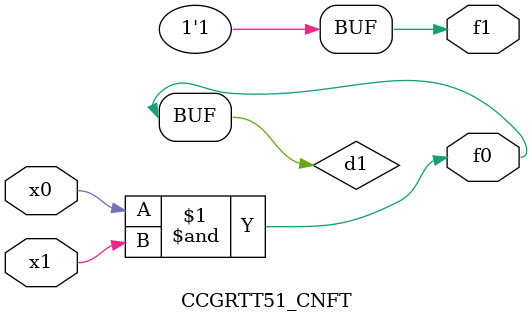
<source format=v>
module CCGRTT51_CNFT(
	input x0, x1,
	output f0, f1
);

	wire d1;

	assign f0 = d1;
	and (d1, x0, x1);
	assign f1 = 1'b1;
endmodule

</source>
